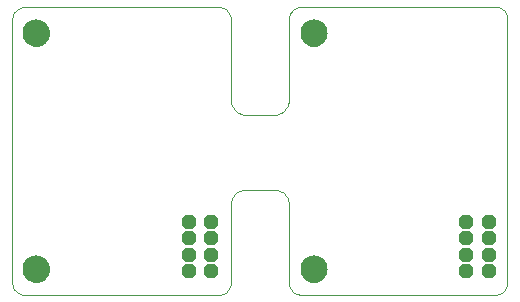
<source format=gbs>
G75*
%MOIN*%
%OFA0B0*%
%FSLAX24Y24*%
%IPPOS*%
%LPD*%
%AMOC8*
5,1,8,0,0,1.08239X$1,22.5*
%
%ADD10C,0.0000*%
%ADD11C,0.0906*%
%ADD12OC8,0.0480*%
D10*
X003587Y005150D02*
X010080Y005150D01*
X010119Y005153D01*
X010158Y005159D01*
X010196Y005169D01*
X010233Y005183D01*
X010268Y005200D01*
X010301Y005221D01*
X010332Y005245D01*
X010361Y005271D01*
X010387Y005301D01*
X010410Y005333D01*
X010430Y005367D01*
X010446Y005402D01*
X010458Y005440D01*
X010467Y005478D01*
X010473Y005517D01*
X010474Y005556D01*
X010474Y008150D01*
X010476Y008194D01*
X010482Y008237D01*
X010491Y008279D01*
X010504Y008321D01*
X010521Y008361D01*
X010541Y008400D01*
X010564Y008437D01*
X010591Y008471D01*
X010620Y008504D01*
X010653Y008533D01*
X010687Y008560D01*
X010724Y008583D01*
X010763Y008603D01*
X010803Y008620D01*
X010845Y008633D01*
X010887Y008642D01*
X010930Y008648D01*
X010974Y008650D01*
X011912Y008650D01*
X011956Y008648D01*
X011999Y008642D01*
X012041Y008633D01*
X012083Y008620D01*
X012123Y008603D01*
X012162Y008583D01*
X012199Y008560D01*
X012233Y008533D01*
X012266Y008504D01*
X012295Y008471D01*
X012322Y008437D01*
X012345Y008400D01*
X012365Y008361D01*
X012382Y008321D01*
X012395Y008279D01*
X012404Y008237D01*
X012410Y008194D01*
X012412Y008150D01*
X012412Y005556D01*
X012414Y005517D01*
X012419Y005479D01*
X012428Y005441D01*
X012441Y005404D01*
X012458Y005369D01*
X012478Y005335D01*
X012501Y005304D01*
X012527Y005275D01*
X012555Y005249D01*
X012586Y005225D01*
X012620Y005205D01*
X012655Y005188D01*
X012692Y005175D01*
X012729Y005165D01*
X012768Y005159D01*
X012807Y005157D01*
X012806Y005157D02*
X019299Y005157D01*
X019338Y005159D01*
X019376Y005165D01*
X019413Y005174D01*
X019450Y005187D01*
X019485Y005204D01*
X019518Y005223D01*
X019549Y005246D01*
X019578Y005272D01*
X019604Y005301D01*
X019627Y005332D01*
X019646Y005365D01*
X019663Y005400D01*
X019676Y005437D01*
X019685Y005474D01*
X019691Y005512D01*
X019693Y005551D01*
X019693Y014350D01*
X019691Y014389D01*
X019685Y014427D01*
X019676Y014464D01*
X019663Y014501D01*
X019646Y014536D01*
X019627Y014569D01*
X019604Y014600D01*
X019578Y014629D01*
X019549Y014655D01*
X019518Y014678D01*
X019485Y014697D01*
X019450Y014714D01*
X019413Y014727D01*
X019376Y014736D01*
X019338Y014742D01*
X019299Y014744D01*
X012806Y014744D01*
X012806Y014743D02*
X012767Y014740D01*
X012728Y014734D01*
X012690Y014724D01*
X012653Y014710D01*
X012618Y014693D01*
X012585Y014672D01*
X012554Y014648D01*
X012525Y014622D01*
X012499Y014592D01*
X012476Y014560D01*
X012456Y014526D01*
X012440Y014491D01*
X012428Y014453D01*
X012419Y014415D01*
X012413Y014376D01*
X012412Y014337D01*
X012412Y014338D02*
X012412Y011650D01*
X012410Y011606D01*
X012404Y011563D01*
X012395Y011521D01*
X012382Y011479D01*
X012365Y011439D01*
X012345Y011400D01*
X012322Y011363D01*
X012295Y011329D01*
X012266Y011296D01*
X012233Y011267D01*
X012199Y011240D01*
X012162Y011217D01*
X012123Y011197D01*
X012083Y011180D01*
X012041Y011167D01*
X011999Y011158D01*
X011956Y011152D01*
X011912Y011150D01*
X010974Y011150D01*
X010930Y011152D01*
X010887Y011158D01*
X010845Y011167D01*
X010803Y011180D01*
X010763Y011197D01*
X010724Y011217D01*
X010687Y011240D01*
X010653Y011267D01*
X010620Y011296D01*
X010591Y011329D01*
X010564Y011363D01*
X010541Y011400D01*
X010521Y011439D01*
X010504Y011479D01*
X010491Y011521D01*
X010482Y011563D01*
X010476Y011606D01*
X010474Y011650D01*
X010474Y014338D01*
X010475Y014338D02*
X010473Y014377D01*
X010468Y014415D01*
X010459Y014453D01*
X010446Y014490D01*
X010429Y014525D01*
X010409Y014559D01*
X010386Y014590D01*
X010360Y014619D01*
X010332Y014645D01*
X010301Y014669D01*
X010267Y014689D01*
X010232Y014706D01*
X010195Y014719D01*
X010158Y014729D01*
X010119Y014735D01*
X010080Y014737D01*
X003587Y014737D01*
X003548Y014735D01*
X003510Y014729D01*
X003473Y014720D01*
X003436Y014707D01*
X003401Y014690D01*
X003368Y014671D01*
X003337Y014648D01*
X003308Y014622D01*
X003282Y014593D01*
X003259Y014562D01*
X003240Y014529D01*
X003223Y014494D01*
X003210Y014457D01*
X003201Y014420D01*
X003195Y014382D01*
X003193Y014343D01*
X003193Y005544D01*
X003195Y005505D01*
X003201Y005467D01*
X003210Y005430D01*
X003223Y005393D01*
X003240Y005358D01*
X003259Y005325D01*
X003282Y005294D01*
X003308Y005265D01*
X003337Y005239D01*
X003368Y005216D01*
X003401Y005197D01*
X003436Y005180D01*
X003473Y005167D01*
X003510Y005158D01*
X003548Y005152D01*
X003587Y005150D01*
X003548Y006006D02*
X003550Y006047D01*
X003556Y006088D01*
X003566Y006128D01*
X003579Y006167D01*
X003596Y006204D01*
X003617Y006240D01*
X003641Y006274D01*
X003668Y006305D01*
X003697Y006333D01*
X003730Y006359D01*
X003764Y006381D01*
X003801Y006400D01*
X003839Y006415D01*
X003879Y006427D01*
X003919Y006435D01*
X003960Y006439D01*
X004002Y006439D01*
X004043Y006435D01*
X004083Y006427D01*
X004123Y006415D01*
X004161Y006400D01*
X004197Y006381D01*
X004232Y006359D01*
X004265Y006333D01*
X004294Y006305D01*
X004321Y006274D01*
X004345Y006240D01*
X004366Y006204D01*
X004383Y006167D01*
X004396Y006128D01*
X004406Y006088D01*
X004412Y006047D01*
X004414Y006006D01*
X004412Y005965D01*
X004406Y005924D01*
X004396Y005884D01*
X004383Y005845D01*
X004366Y005808D01*
X004345Y005772D01*
X004321Y005738D01*
X004294Y005707D01*
X004265Y005679D01*
X004232Y005653D01*
X004198Y005631D01*
X004161Y005612D01*
X004123Y005597D01*
X004083Y005585D01*
X004043Y005577D01*
X004002Y005573D01*
X003960Y005573D01*
X003919Y005577D01*
X003879Y005585D01*
X003839Y005597D01*
X003801Y005612D01*
X003765Y005631D01*
X003730Y005653D01*
X003697Y005679D01*
X003668Y005707D01*
X003641Y005738D01*
X003617Y005772D01*
X003596Y005808D01*
X003579Y005845D01*
X003566Y005884D01*
X003556Y005924D01*
X003550Y005965D01*
X003548Y006006D01*
X003548Y013880D02*
X003550Y013921D01*
X003556Y013962D01*
X003566Y014002D01*
X003579Y014041D01*
X003596Y014078D01*
X003617Y014114D01*
X003641Y014148D01*
X003668Y014179D01*
X003697Y014207D01*
X003730Y014233D01*
X003764Y014255D01*
X003801Y014274D01*
X003839Y014289D01*
X003879Y014301D01*
X003919Y014309D01*
X003960Y014313D01*
X004002Y014313D01*
X004043Y014309D01*
X004083Y014301D01*
X004123Y014289D01*
X004161Y014274D01*
X004197Y014255D01*
X004232Y014233D01*
X004265Y014207D01*
X004294Y014179D01*
X004321Y014148D01*
X004345Y014114D01*
X004366Y014078D01*
X004383Y014041D01*
X004396Y014002D01*
X004406Y013962D01*
X004412Y013921D01*
X004414Y013880D01*
X004412Y013839D01*
X004406Y013798D01*
X004396Y013758D01*
X004383Y013719D01*
X004366Y013682D01*
X004345Y013646D01*
X004321Y013612D01*
X004294Y013581D01*
X004265Y013553D01*
X004232Y013527D01*
X004198Y013505D01*
X004161Y013486D01*
X004123Y013471D01*
X004083Y013459D01*
X004043Y013451D01*
X004002Y013447D01*
X003960Y013447D01*
X003919Y013451D01*
X003879Y013459D01*
X003839Y013471D01*
X003801Y013486D01*
X003765Y013505D01*
X003730Y013527D01*
X003697Y013553D01*
X003668Y013581D01*
X003641Y013612D01*
X003617Y013646D01*
X003596Y013682D01*
X003579Y013719D01*
X003566Y013758D01*
X003556Y013798D01*
X003550Y013839D01*
X003548Y013880D01*
X012798Y013880D02*
X012800Y013921D01*
X012806Y013962D01*
X012816Y014002D01*
X012829Y014041D01*
X012846Y014078D01*
X012867Y014114D01*
X012891Y014148D01*
X012918Y014179D01*
X012947Y014207D01*
X012980Y014233D01*
X013014Y014255D01*
X013051Y014274D01*
X013089Y014289D01*
X013129Y014301D01*
X013169Y014309D01*
X013210Y014313D01*
X013252Y014313D01*
X013293Y014309D01*
X013333Y014301D01*
X013373Y014289D01*
X013411Y014274D01*
X013447Y014255D01*
X013482Y014233D01*
X013515Y014207D01*
X013544Y014179D01*
X013571Y014148D01*
X013595Y014114D01*
X013616Y014078D01*
X013633Y014041D01*
X013646Y014002D01*
X013656Y013962D01*
X013662Y013921D01*
X013664Y013880D01*
X013662Y013839D01*
X013656Y013798D01*
X013646Y013758D01*
X013633Y013719D01*
X013616Y013682D01*
X013595Y013646D01*
X013571Y013612D01*
X013544Y013581D01*
X013515Y013553D01*
X013482Y013527D01*
X013448Y013505D01*
X013411Y013486D01*
X013373Y013471D01*
X013333Y013459D01*
X013293Y013451D01*
X013252Y013447D01*
X013210Y013447D01*
X013169Y013451D01*
X013129Y013459D01*
X013089Y013471D01*
X013051Y013486D01*
X013015Y013505D01*
X012980Y013527D01*
X012947Y013553D01*
X012918Y013581D01*
X012891Y013612D01*
X012867Y013646D01*
X012846Y013682D01*
X012829Y013719D01*
X012816Y013758D01*
X012806Y013798D01*
X012800Y013839D01*
X012798Y013880D01*
X012798Y006006D02*
X012800Y006047D01*
X012806Y006088D01*
X012816Y006128D01*
X012829Y006167D01*
X012846Y006204D01*
X012867Y006240D01*
X012891Y006274D01*
X012918Y006305D01*
X012947Y006333D01*
X012980Y006359D01*
X013014Y006381D01*
X013051Y006400D01*
X013089Y006415D01*
X013129Y006427D01*
X013169Y006435D01*
X013210Y006439D01*
X013252Y006439D01*
X013293Y006435D01*
X013333Y006427D01*
X013373Y006415D01*
X013411Y006400D01*
X013447Y006381D01*
X013482Y006359D01*
X013515Y006333D01*
X013544Y006305D01*
X013571Y006274D01*
X013595Y006240D01*
X013616Y006204D01*
X013633Y006167D01*
X013646Y006128D01*
X013656Y006088D01*
X013662Y006047D01*
X013664Y006006D01*
X013662Y005965D01*
X013656Y005924D01*
X013646Y005884D01*
X013633Y005845D01*
X013616Y005808D01*
X013595Y005772D01*
X013571Y005738D01*
X013544Y005707D01*
X013515Y005679D01*
X013482Y005653D01*
X013448Y005631D01*
X013411Y005612D01*
X013373Y005597D01*
X013333Y005585D01*
X013293Y005577D01*
X013252Y005573D01*
X013210Y005573D01*
X013169Y005577D01*
X013129Y005585D01*
X013089Y005597D01*
X013051Y005612D01*
X013015Y005631D01*
X012980Y005653D01*
X012947Y005679D01*
X012918Y005707D01*
X012891Y005738D01*
X012867Y005772D01*
X012846Y005808D01*
X012829Y005845D01*
X012816Y005884D01*
X012806Y005924D01*
X012800Y005965D01*
X012798Y006006D01*
D11*
X013231Y006006D03*
X013231Y013880D03*
X003981Y013880D03*
X003981Y006006D03*
D12*
X009068Y005938D03*
X009068Y006488D03*
X009068Y007038D03*
X009068Y007588D03*
X009818Y007588D03*
X009818Y007038D03*
X009818Y006488D03*
X009818Y005938D03*
X018318Y005938D03*
X018318Y006488D03*
X018318Y007038D03*
X018318Y007588D03*
X019068Y007588D03*
X019068Y007038D03*
X019068Y006488D03*
X019068Y005938D03*
M02*

</source>
